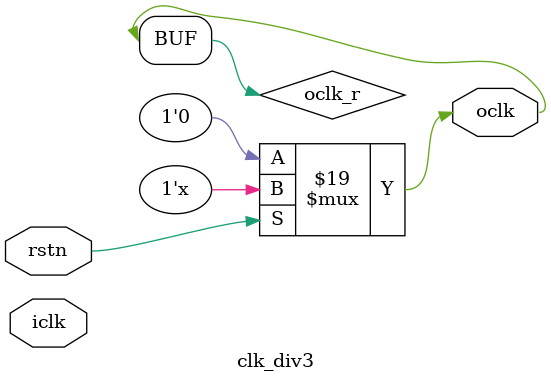
<source format=v>

module clk_div3(
    input iclk,
    input rstn,
    output oclk);

    reg [1:0] cnt_p,cnt_n;
    always @(posedge iclk or negedge rstn) begin
        if (!rstn) begin
            cnt_p <= 2'b00;
        end else begin
            cnt_p <= (cnt_p == 2) ? 2'b00 :cnt_p+1'b1 ;
        end
    end

    always @(negedge iclk or negedge rstn) begin
        if (!rstn) begin
            cnt_n <= 2'b00;
        end else begin
            cnt_n <= (cnt_n == 2'd2) ? 2'b00 : cnt_n + 1'b1;
        end
    end

    reg oclk_r;
    always @(iclk or rstn) begin
        if (!rstn) begin
            oclk_r <= 0;
        end else begin
            oclk_r <= ({cnt_p,cnt_n} == 4'b0000||{cnt_p,cnt_n}==4'b0110)
                        ? ~oclk_r : oclk_r;
        end
    end
    assign oclk = oclk_r;
endmodule//clk_div3(
</source>
